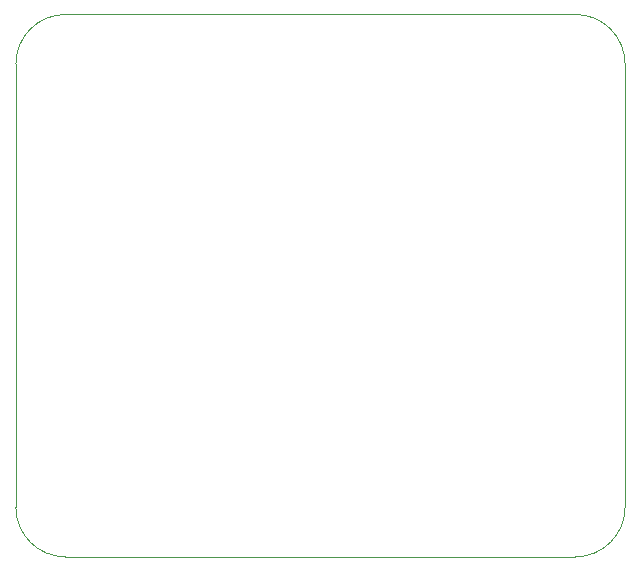
<source format=gbr>
%TF.GenerationSoftware,KiCad,Pcbnew,6.0.11-2627ca5db0~126~ubuntu20.04.1*%
%TF.CreationDate,2023-02-28T17:49:05+07:00*%
%TF.ProjectId,CY7C68013A-56-SSOP,43593743-3638-4303-9133-412d35362d53,rev?*%
%TF.SameCoordinates,Original*%
%TF.FileFunction,Profile,NP*%
%FSLAX46Y46*%
G04 Gerber Fmt 4.6, Leading zero omitted, Abs format (unit mm)*
G04 Created by KiCad (PCBNEW 6.0.11-2627ca5db0~126~ubuntu20.04.1) date 2023-02-28 17:49:05*
%MOMM*%
%LPD*%
G01*
G04 APERTURE LIST*
%TA.AperFunction,Profile*%
%ADD10C,0.100000*%
%TD*%
G04 APERTURE END LIST*
D10*
X119171800Y-125210124D02*
X162351800Y-125210124D01*
X114971876Y-121010200D02*
X114971876Y-83489324D01*
X162351800Y-79289400D02*
X119171800Y-79289400D01*
X114971876Y-121010200D02*
G75*
G03*
X119171800Y-125210124I4199924J0D01*
G01*
X166551700Y-83489324D02*
G75*
G03*
X162351800Y-79289400I-4199900J24D01*
G01*
X166551724Y-83489324D02*
X166551724Y-121010200D01*
X162351800Y-125210124D02*
G75*
G03*
X166551724Y-121010200I0J4199924D01*
G01*
X119171800Y-79289376D02*
G75*
G03*
X114971876Y-83489324I0J-4199924D01*
G01*
M02*

</source>
